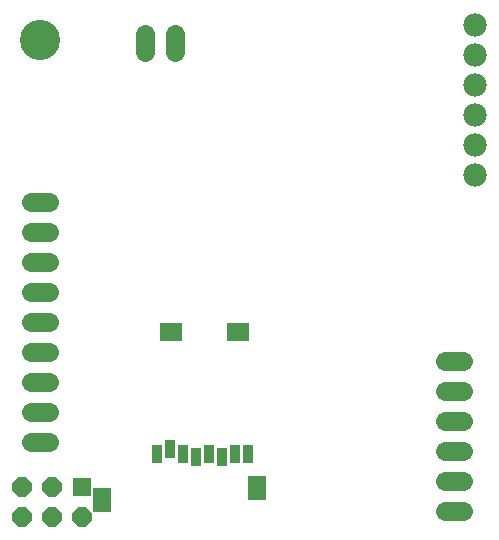
<source format=gbs>
G75*
G70*
%OFA0B0*%
%FSLAX24Y24*%
%IPPOS*%
%LPD*%
%AMOC8*
5,1,8,0,0,1.08239X$1,22.5*
%
%ADD10C,0.0780*%
%ADD11C,0.0640*%
%ADD12R,0.0749X0.0591*%
%ADD13R,0.0591X0.0788*%
%ADD14R,0.0355X0.0631*%
%ADD15R,0.0640X0.0640*%
%ADD16OC8,0.0640*%
%ADD17C,0.1340*%
D10*
X016780Y013390D03*
X016780Y014390D03*
X016780Y015390D03*
X016780Y016390D03*
X016780Y017390D03*
X016780Y018390D03*
D11*
X006780Y018090D02*
X006780Y017490D01*
X005780Y017490D02*
X005780Y018090D01*
X002580Y012490D02*
X001980Y012490D01*
X001980Y011490D02*
X002580Y011490D01*
X002580Y010490D02*
X001980Y010490D01*
X001980Y009490D02*
X002580Y009490D01*
X002580Y008490D02*
X001980Y008490D01*
X001980Y007490D02*
X002580Y007490D01*
X002580Y006490D02*
X001980Y006490D01*
X001980Y005490D02*
X002580Y005490D01*
X002580Y004490D02*
X001980Y004490D01*
X015780Y004190D02*
X016380Y004190D01*
X016380Y005190D02*
X015780Y005190D01*
X015780Y006190D02*
X016380Y006190D01*
X016380Y007190D02*
X015780Y007190D01*
X015780Y003190D02*
X016380Y003190D01*
X016380Y002190D02*
X015780Y002190D01*
D12*
X008873Y008132D03*
X006629Y008132D03*
D13*
X009503Y002955D03*
X004326Y002561D03*
D14*
X006160Y004077D03*
X006593Y004234D03*
X007026Y004077D03*
X007460Y003998D03*
X007893Y004077D03*
X008326Y003998D03*
X008759Y004077D03*
X009192Y004077D03*
D15*
X003680Y002990D03*
D16*
X001680Y001990D03*
X002680Y001990D03*
X003680Y001990D03*
X002680Y002990D03*
X001680Y002990D03*
D17*
X002280Y017890D03*
M02*

</source>
